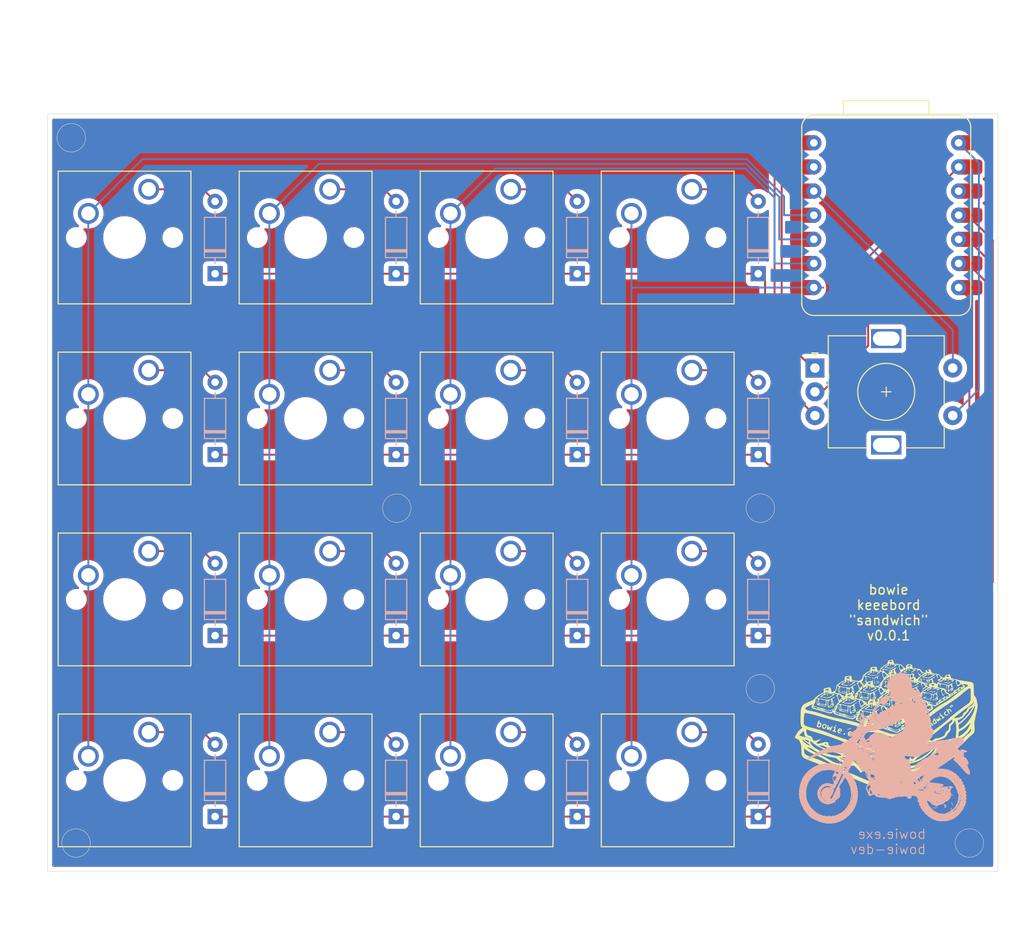
<source format=kicad_pcb>
(kicad_pcb (version 20240108) (generator "pcbnew") (generator_version "8.0")
  (layers (0 "F.Cu" signal) (31 "B.Cu" signal) (34 "B.Paste" user) (35 "F.Paste" user) (36 "B.SilkS" user "B.Silkscreen") (37 "F.SilkS" user "F.Silkscreen") (38 "B.Mask" user) (39 "F.Mask" user) (44 "Edge.Cuts" user))
  (net 0 "")
  (net 1 "Net-(D1-A)")
  (net 2 "COL3")
  (net 3 "Net-(D2-A)")
  (net 4 "Net-(D3-A)")
  (net 5 "ROW1")
  (net 6 "Net-(D5-A)")
  (net 7 "Net-(D6-A)")
  (net 8 "Net-(D7-A)")
  (net 9 "ROW2")
  (net 10 "Net-(D8-A)")
  (net 11 "Net-(D9-A)")
  (net 12 "Net-(D10-A)")
  (net 13 "Net-(D11-A)")
  (net 14 "ROW3")
  (net 15 "Net-(D12-A)")
  (net 16 "Net-(D13-A)")
  (net 17 "Net-(D14-A)")
  (net 18 "Net-(D15-A)")
  (net 19 "Net-(D16-A)")
  (net 20 "COL0")
  (net 21 "GND")
  (net 22 "RS1")
  (net 23 "+5V")
  (net 24 "RE1")
  (net 25 "COL2")
  (net 26 "COL1")
  (net 27 "RE2")
  (net 28 "+3.3V")
  (net 29 "Net-(D4-A)")
  (net 30 "ROW0")
  (footprint "Button_Switch_Keyboard:SW_Cherry_MX_1.00u_PCB" (layer "F.Cu") (at 147.79625 83.02625)
    (property "Reference" "SW12" (hide yes))
    (property "Value" "SW_Push_45deg" (hide yes))
    (pad "" np_thru_hole circle (at -7.62 5.08) (size 1.7 1.7) (drill 1.7) (layers "*.Cu" "*.Mask"))
    (pad "" np_thru_hole circle (at -2.54 5.08) (size 4 4) (drill 4) (layers "*.Cu" "*.Mask"))
    (pad "" np_thru_hole circle (at 2.54 5.08) (size 1.7 1.7) (drill 1.7) (layers "*.Cu" "*.Mask"))
    (pad "1" thru_hole circle (at 0 0) (size 2.2 2.2) (drill 1.5) (layers "*.Cu" "*.Mask") (net 15 "Net-(D12-A)"))
    (pad "2" thru_hole circle (at -6.35 2.54) (size 2.2 2.2) (drill 1.5) (layers "*.Cu" "*.Mask") (net 2 "COL3"))
  )
  (footprint "Button_Switch_Keyboard:SW_Cherry_MX_1.00u_PCB" (layer "F.Cu") (at 128.74625 63.97625)
    (property "Reference" "SW7" (hide yes))
    (property "Value" "SW_Push_45deg" (hide yes))
    (pad "" np_thru_hole circle (at -7.62 5.08) (size 1.7 1.7) (drill 1.7) (layers "*.Cu" "*.Mask"))
    (pad "" np_thru_hole circle (at -2.54 5.08) (size 4 4) (drill 4) (layers "*.Cu" "*.Mask"))
    (pad "" np_thru_hole circle (at 2.54 5.08) (size 1.7 1.7) (drill 1.7) (layers "*.Cu" "*.Mask"))
    (pad "1" thru_hole circle (at 0 0) (size 2.2 2.2) (drill 1.5) (layers "*.Cu" "*.Mask") (net 8 "Net-(D7-A)"))
    (pad "2" thru_hole circle (at -6.35 2.54) (size 2.2 2.2) (drill 1.5) (layers "*.Cu" "*.Mask") (net 25 "COL2"))
  )
  (footprint "Rotary_Encoder:RotaryEncoder_Alps_EC11E-Switch_Vertical_H20mm" (layer "F.Cu") (at 160.75 63.75)
    (property "Reference" "SW17" (hide yes))
    (property "Value" "RotaryEncoder_Switch" (hide yes))
    (pad "" thru_hole rect (at 7.5 -3.1) (size 3.2 2) (drill oval 2.8 1.5) (layers "*.Cu" "*.Mask"))
    (pad "" thru_hole rect (at 7.5 8.1) (size 3.2 2) (drill oval 2.8 1.5) (layers "*.Cu" "*.Mask"))
    (pad "A" thru_hole rect (at 0 0) (size 2 2) (drill 1) (layers "*.Cu" "*.Mask") (net 24 "RE1"))
    (pad "B" thru_hole circle (at 0 5) (size 2 2) (drill 1) (layers "*.Cu" "*.Mask") (net 27 "RE2"))
    (pad "C" thru_hole circle (at 0 2.5) (size 2 2) (drill 1) (layers "*.Cu" "*.Mask") (net 21 "GND"))
    (pad "S1" thru_hole circle (at 14.5 5) (size 2 2) (drill 1) (layers "*.Cu" "*.Mask") (net 23 "+5V"))
    (pad "S2" thru_hole circle (at 14.5 0) (size 2 2) (drill 1) (layers "*.Cu" "*.Mask") (net 22 "RS1"))
  )
  (footprint "Button_Switch_Keyboard:SW_Cherry_MX_1.00u_PCB" (layer "F.Cu") (at 128.74625 44.92625)
    (property "Reference" "SW3" (hide yes))
    (property "Value" "SW_Push_45deg" (hide yes))
    (pad "" np_thru_hole circle (at -7.62 5.08) (size 1.7 1.7) (drill 1.7) (layers "*.Cu" "*.Mask"))
    (pad "" np_thru_hole circle (at -2.54 5.08) (size 4 4) (drill 4) (layers "*.Cu" "*.Mask"))
    (pad "" np_thru_hole circle (at 2.54 5.08) (size 1.7 1.7) (drill 1.7) (layers "*.Cu" "*.Mask"))
    (pad "1" thru_hole circle (at 0 0) (size 2.2 2.2) (drill 1.5) (layers "*.Cu" "*.Mask") (net 4 "Net-(D3-A)"))
    (pad "2" thru_hole circle (at -6.35 2.54) (size 2.2 2.2) (drill 1.5) (layers "*.Cu" "*.Mask") (net 25 "COL2"))
  )
  (footprint "Button_Switch_Keyboard:SW_Cherry_MX_1.00u_PCB" (layer "F.Cu") (at 128.74625 83.02625)
    (property "Reference" "SW11" (hide yes))
    (property "Value" "SW_Push_45deg" (hide yes))
    (pad "" np_thru_hole circle (at -7.62 5.08) (size 1.7 1.7) (drill 1.7) (layers "*.Cu" "*.Mask"))
    (pad "" np_thru_hole circle (at -2.54 5.08) (size 4 4) (drill 4) (layers "*.Cu" "*.Mask"))
    (pad "" np_thru_hole circle (at 2.54 5.08) (size 1.7 1.7) (drill 1.7) (layers "*.Cu" "*.Mask"))
    (pad "1" thru_hole circle (at 0 0) (size 2.2 2.2) (drill 1.5) (layers "*.Cu" "*.Mask") (net 13 "Net-(D11-A)"))
    (pad "2" thru_hole circle (at -6.35 2.54) (size 2.2 2.2) (drill 1.5) (layers "*.Cu" "*.Mask") (net 25 "COL2"))
  )
  (footprint "Button_Switch_Keyboard:SW_Cherry_MX_1.00u_PCB" (layer "F.Cu") (at 109.69625 44.92625)
    (property "Reference" "SW2" (hide yes))
    (property "Value" "SW_Push_45deg" (hide yes))
    (pad "" np_thru_hole circle (at -7.62 5.08) (size 1.7 1.7) (drill 1.7) (layers "*.Cu" "*.Mask"))
    (pad "" np_thru_hole circle (at -2.54 5.08) (size 4 4) (drill 4) (layers "*.Cu" "*.Mask"))
    (pad "" np_thru_hole circle (at 2.54 5.08) (size 1.7 1.7) (drill 1.7) (layers "*.Cu" "*.Mask"))
    (pad "1" thru_hole circle (at 0 0) (size 2.2 2.2) (drill 1.5) (layers "*.Cu" "*.Mask") (net 3 "Net-(D2-A)"))
    (pad "2" thru_hole circle (at -6.35 2.54) (size 2.2 2.2) (drill 1.5) (layers "*.Cu" "*.Mask") (net 26 "COL1"))
  )
  (footprint "Button_Switch_Keyboard:SW_Cherry_MX_1.00u_PCB" (layer "F.Cu") (at 109.69625 63.97625)
    (property "Reference" "SW6" (hide yes))
    (property "Value" "SW_Push_45deg" (hide yes))
    (pad "" np_thru_hole circle (at -7.62 5.08) (size 1.7 1.7) (drill 1.7) (layers "*.Cu" "*.Mask"))
    (pad "" np_thru_hole circle (at -2.54 5.08) (size 4 4) (drill 4) (layers "*.Cu" "*.Mask"))
    (pad "" np_thru_hole circle (at 2.54 5.08) (size 1.7 1.7) (drill 1.7) (layers "*.Cu" "*.Mask"))
    (pad "1" thru_hole circle (at 0 0) (size 2.2 2.2) (drill 1.5) (layers "*.Cu" "*.Mask") (net 7 "Net-(D6-A)"))
    (pad "2" thru_hole circle (at -6.35 2.54) (size 2.2 2.2) (drill 1.5) (layers "*.Cu" "*.Mask") (net 26 "COL1"))
  )
  (footprint "Button_Switch_Keyboard:SW_Cherry_MX_1.00u_PCB" (layer "F.Cu") (at 128.74625 102.07625)
    (property "Reference" "SW15" (hide yes))
    (property "Value" "SW_Push_45deg" (hide yes))
    (pad "" np_thru_hole circle (at -7.62 5.08) (size 1.7 1.7) (drill 1.7) (layers "*.Cu" "*.Mask"))
    (pad "" np_thru_hole circle (at -2.54 5.08) (size 4 4) (drill 4) (layers "*.Cu" "*.Mask"))
    (pad "" np_thru_hole circle (at 2.54 5.08) (size 1.7 1.7) (drill 1.7) (layers "*.Cu" "*.Mask"))
    (pad "1" thru_hole circle (at 0 0) (size 2.2 2.2) (drill 1.5) (layers "*.Cu" "*.Mask") (net 18 "Net-(D15-A)"))
    (pad "2" thru_hole circle (at -6.35 2.54) (size 2.2 2.2) (drill 1.5) (layers "*.Cu" "*.Mask") (net 25 "COL2"))
  )
  (footprint "Button_Switch_Keyboard:SW_Cherry_MX_1.00u_PCB" (layer "F.Cu") (at 90.64625 44.92625)
    (property "Reference" "SW1" (hide yes))
    (property "Value" "SW_Push_45deg" (hide yes))
    (pad "" np_thru_hole circle (at -7.62 5.08) (size 1.7 1.7) (drill 1.7) (layers "*.Cu" "*.Mask"))
    (pad "" np_thru_hole circle (at -2.54 5.08) (size 4 4) (drill 4) (layers "*.Cu" "*.Mask"))
    (pad "" np_thru_hole circle (at 2.54 5.08) (size 1.7 1.7) (drill 1.7) (layers "*.Cu" "*.Mask"))
    (pad "1" thru_hole circle (at 0 0) (size 2.2 2.2) (drill 1.5) (layers "*.Cu" "*.Mask") (net 1 "Net-(D1-A)"))
    (pad "2" thru_hole circle (at -6.35 2.54) (size 2.2 2.2) (drill 1.5) (layers "*.Cu" "*.Mask") (net 20 "COL0"))
  )
  (footprint "Button_Switch_Keyboard:SW_Cherry_MX_1.00u_PCB" (layer "F.Cu") (at 147.79625 44.92625)
    (property "Reference" "SW4" (hide yes))
    (property "Value" "SW_Push_45deg" (hide yes))
    (pad "" np_thru_hole circle (at -7.62 5.08) (size 1.7 1.7) (drill 1.7) (layers "*.Cu" "*.Mask"))
    (pad "" np_thru_hole circle (at -2.54 5.08) (size 4 4) (drill 4) (layers "*.Cu" "*.Mask"))
    (pad "" np_thru_hole circle (at 2.54 5.08) (size 1.7 1.7) (drill 1.7) (layers "*.Cu" "*.Mask"))
    (pad "1" thru_hole circle (at 0 0) (size 2.2 2.2) (drill 1.5) (layers "*.Cu" "*.Mask") (net 29 "Net-(D4-A)"))
    (pad "2" thru_hole circle (at -6.35 2.54) (size 2.2 2.2) (drill 1.5) (layers "*.Cu" "*.Mask") (net 2 "COL3"))
  )
  (footprint "LOGO" (layer "F.Cu") (at 168.25 101.25)
    (property "Reference" "G***" (at 0 0 0) (layer "F.SilkS") (effects (font (size 1.5 1.5) (thickness 0.3))))
    (property "Value" "LOGO" (hide yes))
  )
  (footprint "Button_Switch_Keyboard:SW_Cherry_MX_1.00u_PCB" (layer "F.Cu") (at 147.79625 63.97625)
    (property "Reference" "SW8" (hide yes))
    (property "Value" "SW_Push_45deg" (hide yes))
    (pad "" np_thru_hole circle (at -7.62 5.08) (size 1.7 1.7) (drill 1.7) (layers "*.Cu" "*.Mask"))
    (pad "" np_thru_hole circle (at -2.54 5.08) (size 4 4) (drill 4) (layers "*.Cu" "*.Mask"))
    (pad "" np_thru_hole circle (at 2.54 5.08) (size 1.7 1.7) (drill 1.7) (layers "*.Cu" "*.Mask"))
    (pad "1" thru_hole circle (at 0 0) (size 2.2 2.2) (drill 1.5) (layers "*.Cu" "*.Mask") (net 10 "Net-(D8-A)"))
    (pad "2" thru_hole circle (at -6.35 2.54) (size 2.2 2.2) (drill 1.5) (layers "*.Cu" "*.Mask") (net 2 "COL3"))
  )
  (footprint "Button_Switch_Keyboard:SW_Cherry_MX_1.00u_PCB" (layer "F.Cu") (at 90.64625 102.07625)
    (property "Reference" "SW13" (hide yes))
    (property "Value" "SW_Push_45deg" (hide yes))
    (pad "" np_thru_hole circle (at -7.62 5.08) (size 1.7 1.7) (drill 1.7) (layers "*.Cu" "*.Mask"))
    (pad "" np_thru_hole circle (at -2.54 5.08) (size 4 4) (drill 4) (layers "*.Cu" "*.Mask"))
    (pad "" np_thru_hole circle (at 2.54 5.08) (size 1.7 1.7) (drill 1.7) (layers "*.Cu" "*.Mask"))
    (pad "1" thru_hole circle (at 0 0) (size 2.2 2.2) (drill 1.5) (layers "*.Cu" "*.Mask") (net 16 "Net-(D13-A)"))
    (pad "2" thru_hole circle (at -6.35 2.54) (size 2.2 2.2) (drill 1.5) (layers "*.Cu" "*.Mask") (net 20 "COL0"))
  )
  (footprint "Button_Switch_Keyboard:SW_Cherry_MX_1.00u_PCB" (layer "F.Cu") (at 109.69625 102.07625)
    (property "Reference" "SW14" (hide yes))
    (property "Value" "SW_Push_45deg" (hide yes))
    (pad "" np_thru_hole circle (at -7.62 5.08) (size 1.7 1.7) (drill 1.7) (layers "*.Cu" "*.Mask"))
    (pad "" np_thru_hole circle (at -2.54 5.08) (size 4 4) (drill 4) (layers "*.Cu" "*.Mask"))
    (pad "" np_thru_hole circle (at 2.54 5.08) (size 1.7 1.7) (drill 1.7) (layers "*.Cu" "*.Mask"))
    (pad "1" thru_hole circle (at 0 0) (size 2.2 2.2) (drill 1.5) (layers "*.Cu" "*.Mask") (net 17 "Net-(D14-A)"))
    (pad "2" thru_hole circle (at -6.35 2.54) (size 2.2 2.2) (drill 1.5) (layers "*.Cu" "*.Mask") (net 26 "COL1"))
  )
  (footprint "hackpad:XIAO-RP2040" (layer "F.Cu") (at 159.36 58.208)
    (property "Reference" "M1" (hide yes))
    (property "Value" "microcontroller")
    (pad "1" thru_hole circle (at 1.2725 -18.171) (size 1.6 1.6) (drill 0.8) (layers "*.Cu" "*.Mask") (net 27 "RE2"))
    (pad "1" smd roundrect (at 1.2725 -18.171) (size 3 1.6) (drill (offset -1 0)) (layers "F.Cu" "F.Paste" "F.Mask") (net 27 "RE2"))
    (pad "2" thru_hole circle (at 1.2725 -15.631) (size 1.6 1.6) (drill 0.8) (layers "*.Cu" "*.Mask") (net 24 "RE1"))
    (pad "2" smd roundrect (at 1.2725 -15.631) (size 3 1.6) (drill (offset -1 0)) (layers "F.Cu" "F.Paste" "F.Mask") (net 24 "RE1"))
    (pad "3" thru_hole circle (at 1.2725 -13.091) (size 1.6 1.6) (drill 0.8) (layers "*.Cu" "*.Mask") (net 22 "RS1"))
    (pad "3" smd roundrect (at 1.2725 -13.091) (size 3 1.6) (drill (offset -1 0)) (layers "F.Cu" "F.Paste" "F.Mask") (net 22 "RS1"))
    (pad "4" thru_hole circle (at 1.2725 -10.551) (size 1.6 1.6) (drill 0.8) (layers "*.Cu" "*.Mask") (net 20 "COL0"))
    (pad "4" smd roundrect (at 1.2725 -10.551) (size 3 1.6) (drill (offset -1 0)) (layers "F.Cu" "F.Paste" "F.Mask") (net 20 "COL0"))
    (pad "5" thru_hole circle (at 1.2725 -8.011) (size 1.6 1.6) (drill 0.8) (layers "*.Cu" "*.Mask") (net 26 "COL1"))
    (pad "5" smd roundrect (at 1.2725 -8.011) (size 3 1.6) (drill (offset -1 0)) (layers "F.Cu" "F.Paste" "F.Mask") (net 26 "COL1"))
    (pad "6" thru_hole circle (at 1.2725 -5.471) (size 1.6 1.6) (drill 0.8) (layers "*.Cu" "*.Mask") (net 25 "COL2"))
    (pad "6" smd roundrect (at 1.2725 -5.471) (size 3 1.6) (drill (offset -1 0)) (layers "F.Cu" "F.Paste" "F.Mask") (net 25 "COL2"))
    (pad "7" thru_hole circle (at 1.2725 -2.931) (size 1.6 1.6) (drill 0.8) (layers "*.Cu" "*.Mask") (net 2 "COL3"))
    (pad "7" smd roundrect (at 1.2725 -2.931) (size 3 1.6) (drill (offset -1 0)) (layers "F.Cu" "F.Paste" "F.Mask") (net 2 "COL3"))
    (pad "8" thru_hole circle (at 16.5075 -2.931) (size 1.6 1.6) (drill 0.8) (layers "*.Cu" "*.Mask") (net 30 "ROW0"))
    (pad "8" smd roundrect (at 16.5075 -2.931) (size 3 1.6) (drill (offset 1 0)) (layers "F.Cu" "F.Paste" "F.Mask") (net 30 "ROW0"))
    (pad "9" thru_hole circle (at 16.5075 -5.471) (size 1.6 1.6) (drill 0.8) (layers "*.Cu" "*.Mask") (net 5 "ROW1"))
    (pad "9" smd roundrect (at 16.5075 -5.471) (size 3 1.6) (drill (offset 1 0)) (layers "F.Cu" "F.Paste" "F.Mask") (net 5 "ROW1"))
    (pad "10" thru_hole circle (at 16.5075 -8.011) (size 1.6 1.6) (drill 0.8) (layers "*.Cu" "*.Mask") (net 9 "ROW2"))
    (pad "10" smd roundrect (at 16.5075 -8.011) (size 3 1.6) (drill (offset 1 0)) (layers "F.Cu" "F.Paste" "F.Mask") (net 9 "ROW2"))
    (pad "11" thru_hole circle (at 16.5075 -10.551) (size 1.6 1.6) (drill 0.8) (layers "*.Cu" "*.Mask") (net 14 "ROW3"))
    (pad "11" smd roundrect (at 16.5075 -10.551) (size 3 1.6) (drill (offset 1 0)) (layers "F.Cu" "F.Paste" "F.Mask") (net 14 "ROW3"))
    (pad "12" thru_hole circle (at 16.5075 -13.091) (size 1.6 1.6) (drill 0.8) (layers "*.Cu" "*.Mask") (net 28 "+3.3V"))
    (pad "12" smd roundrect (at 16.5075 -13.091) (size 3 1.6) (drill (offset 1 0)) (layers "F.Cu" "F.Paste" "F.Mask") (net 28 "+3.3V"))
    (pad "13" thru_hole circle (at 16.5075 -15.631) (size 1.6 1.6) (drill 0.8) (layers "*.Cu" "*.Mask") (net 21 "GND"))
    (pad "13" smd roundrect (at 16.5075 -15.631) (size 3 1.6) (drill (offset 1 0)) (layers "F.Cu" "F.Paste" "F.Mask") (net 21 "GND"))
    (pad "14" thru_hole circle (at 16.5075 -18.171) (size 1.6 1.6) (drill 0.8) (layers "*.Cu" "*.Mask") (net 23 "+5V"))
    (pad "14" smd roundrect (at 16.5075 -18.171) (size 3 1.6) (drill (offset 1 0)) (layers "F.Cu" "F.Paste" "F.Mask") (net 23 "+5V"))
  )
  (footprint "Button_Switch_Keyboard:SW_Cherry_MX_1.00u_PCB" (layer "F.Cu") (at 90.64625 63.97625)
    (property "Reference" "SW5" (hide yes))
    (property "Value" "SW_Push_45deg" (hide yes))
    (pad "" np_thru_hole circle (at -7.62 5.08) (size 1.7 1.7) (drill 1.7) (layers "*.Cu" "*.Mask"))
    (pad "" np_thru_hole circle (at -2.54 5.08) (size 4 4) (drill 4) (layers "*.Cu" "*.Mask"))
    (pad "" np_thru_hole circle (at 2.54 5.08) (size 1.7 1.7) (drill 1.7) (layers "*.Cu" "*.Mask"))
    (pad "1" thru_hole circle (at 0 0) (size 2.2 2.2) (drill 1.5) (layers "*.Cu" "*.Mask") (net 6 "Net-(D5-A)"))
    (pad "2" thru_hole circle (at -6.35 2.54) (size 2.2 2.2) (drill 1.5) (layers "*.Cu" "*.Mask") (net 20 "COL0"))
  )
  (footprint "Button_Switch_Keyboard:SW_Cherry_MX_1.00u_PCB" (layer "F.Cu") (at 109.69625 83.02625)
    (property "Reference" "SW10" (hide yes))
    (property "Value" "SW_Push_45deg" (hide yes))
    (pad "" np_thru_hole circle (at -7.62 5.08) (size 1.7 1.7) (drill 1.7) (layers "*.Cu" "*.Mask"))
    (pad "" np_thru_hole circle (at -2.54 5.08) (size 4 4) (drill 4) (layers "*.Cu" "*.Mask"))
    (pad "" np_thru_hole circle (at 2.54 5.08) (size 1.7 1.7) (drill 1.7) (layers "*.Cu" "*.Mask"))
    (pad "1" thru_hole circle (at 0 0) (size 2.2 2.2) (drill 1.5) (layers "*.Cu" "*.Mask") (net 12 "Net-(D10-A)"))
    (pad "2" thru_hole circle (at -6.35 2.54) (size 2.2 2.2) (drill 1.5) (layers "*.Cu" "*.Mask") (net 26 "COL1"))
  )
  (footprint "Button_Switch_Keyboard:SW_Cherry_MX_1.00u_PCB" (layer "F.Cu") (at 90.64625 83.02625)
    (property "Reference" "SW9" (hide yes))
    (property "Value" "SW_Push_45deg" (hide yes))
    (pad "" np_thru_hole circle (at -7.62 5.08) (size 1.7 1.7) (drill 1.7) (layers "*.Cu" "*.Mask"))
    (pad "" np_thru_hole circle (at -2.54 5.08) (size 4 4) (drill 4) (layers "*.Cu" "*.Mask"))
    (pad "" np_thru_hole circle (at 2.54 5.08) (size 1.7 1.7) (drill 1.7) (layers "*.Cu" "*.Mask"))
    (pad "1" thru_hole circle (at 0 0) (size 2.2 2.2) (drill 1.5) (layers "*.Cu" "*.Mask") (net 11 "Net-(D9-A)"))
    (pad "2" thru_hole circle (at -6.35 2.54) (size 2.2 2.2) (drill 1.5) (layers "*.Cu" "*.Mask") (net 20 "COL0"))
  )
  (footprint "Button_Switch_Keyboard:SW_Cherry_MX_1.00u_PCB" (layer "F.Cu") (at 147.79625 102.07625)
    (property "Reference" "SW16" (hide yes))
    (property "Value" "SW_Push_45deg" (hide yes))
    (pad "" np_thru_hole circle (at -7.62 5.08) (size 1.7 1.7) (drill 1.7) (layers "*.Cu" "*.Mask"))
    (pad "" np_thru_hole circle (at -2.54 5.08) (size 4 4) (drill 4) (layers "*.Cu" "*.Mask"))
    (pad "" np_thru_hole circle (at 2.54 5.08) (size 1.7 1.7) (drill 1.7) (layers "*.Cu" "*.Mask"))
    (pad "1" thru_hole circle (at 0 0) (size 2.2 2.2) (drill 1.5) (layers "*.Cu" "*.Mask") (net 19 "Net-(D16-A)"))
    (pad "2" thru_hole circle (at -6.35 2.54) (size 2.2 2.2) (drill 1.5) (layers "*.Cu" "*.Mask") (net 2 "COL3"))
  )
  (footprint "Diode_THT:D_DO-35_SOD27_P7.62mm_Horizontal" (layer "B.Cu") (at 154.78125 72.86625 90)
    (property "Reference" "D8" (hide yes))
    (property "Value" "1N4148" (hide yes))
    (pad "1" thru_hole rect (at 0 0 90) (size 1.6 1.6) (drill 0.8) (layers "*.Cu" "*.Mask") (net 5 "ROW1"))
    (pad "2" thru_hole oval (at 7.62 0 90) (size 1.6 1.6) (drill 0.8) (layers "*.Cu" "*.Mask") (net 10 "Net-(D8-A)"))
  )
  (footprint "Diode_THT:D_DO-35_SOD27_P7.62mm_Horizontal" (layer "B.Cu") (at 154.78125 91.91625 90)
    (property "Reference" "D12" (hide yes))
    (property "Value" "1N4148" (hide yes))
    (pad "1" thru_hole rect (at 0 0 90) (size 1.6 1.6) (drill 0.8) (layers "*.Cu" "*.Mask") (net 9 "ROW2"))
    (pad "2" thru_hole oval (at 7.62 0 90) (size 1.6 1.6) (drill 0.8) (layers "*.Cu" "*.Mask") (net 15 "Net-(D12-A)"))
  )
  (footprint "Diode_THT:D_DO-35_SOD27_P7.62mm_Horizontal" (layer "B.Cu") (at 97.63125 110.96625 90)
    (property "Reference" "D13" (hide yes))
    (property "Value" "1N4148" (hide yes))
    (pad "1" thru_hole rect (at 0 0 90) (size 1.6 1.6) (drill 0.8) (layers "*.Cu" "*.Mask") (net 14 "ROW3"))
    (pad "2" thru_hole oval (at 7.62 0 90) (size 1.6 1.6) (drill 0.8) (layers "*.Cu" "*.Mask") (net 16 "Net-(D13-A)"))
  )
  (footprint "Diode_THT:D_DO-35_SOD27_P7.62mm_Horizontal" (layer "B.Cu") (at 97.63125 91.91625 90)
    (property "Reference" "D9" (hide yes))
    (property "Value" "1N4148" (hide yes))
    (pad "1" thru_hole rect (at 0 0 90) (size 1.6 1.6) (drill 0.8) (layers "*.Cu" "*.Mask") (net 9 "ROW2"))
    (pad "2" thru_hole oval (at 7.62 0 90) (size 1.6 1.6) (drill 0.8) (layers "*.Cu" "*.Mask") (net 11 "Net-(D9-A)"))
  )
  (footprint "Diode_THT:D_DO-35_SOD27_P7.62mm_Horizontal" (layer "B.Cu") (at 154.78125 53.81625 90)
    (property "Reference" "D4" (hide yes))
    (property "Value" "1N4148" (hide yes))
    (pad "1" thru_hole rect (at 0 0 90) (size 1.6 1.6) (drill 0.8) (layers "*.Cu" "*.Mask") (net 30 "ROW0"))
    (pad "2" thru_hole oval (at 7.62 0 90) (size 1.6 1.6) (drill 0.8) (layers "*.Cu" "*.Mask") (net 29 "Net-(D4-A)"))
  )
  (footprint "Diode_THT:D_DO-35_SOD27_P7.62mm_Horizontal" (layer "B.Cu") (at 116.68125 91.91625 90)
    (property "Reference" "D10" (hide yes))
    (property "Value" "1N4148" (hide yes))
    (pad "1" thru_hole rect (at 0 0 90) (size 1.6 1.6) (drill 0.8) (layers "*.Cu" "*.Mask") (net 9 "ROW2"))
    (pad "2" thru_hole oval (at 7.62 0 90) (size 1.6 1.6) (drill 0.8) (layers "*.Cu" "*.Mask") (net 12 "Net-(D10-A)"))
  )
  (footprint "Diode_THT:D_DO-35_SOD27_P7.62mm_Horizontal" (layer "B.Cu") (at 135.73125 91.91625 90)
    (property "Reference" "D11" (hide yes))
    (property "Value" "1N4148" (hide yes))
    (pad "1" thru_hole rect (at 0 0 90) (size 1.6 1.6) (drill 0.8) (layers "*.Cu" "*.Mask") (net 9 "ROW2"))
    (pad "2" thru_hole oval (at 7.62 0 90) (size 1.6 1.6) (drill 0.8) (layers "*.Cu" "*.Mask") (net 13 "Net-(D11-A)"))
  )
  (footprint "Diode_THT:D_DO-35_SOD27_P7.62mm_Horizontal" (layer "B.Cu") (at 154.78125 110.96625 90)
    (property "Reference" "D16" (hide yes))
    (property "Value" "1N4148" (hide yes))
    (pad "1" thru_hole rect (at 0 0 90) (size 1.6 1.6) (drill 0.8) (layers "*.Cu" "*.Mask") (net 14 "ROW3"))
    (pad "2" thru_hole oval (at 7.62 0 90) (size 1.6 1.6) (drill 0.8) (layers "*.Cu" "*.Mask") (net 19 "Net-(D16-A)"))
  )
  (footprint "Diode_THT:D_DO-35_SOD27_P7.62mm_Horizontal" (layer "B.Cu") (at 97.63125 72.86625 90)
    (property "Reference" "D5" (hide yes))
    (property "Value" "1N4148" (hide yes))
    (pad "1" thru_hole rect (at 0 0 90) (size 1.6 1.6) (drill 0.8) (layers "*.Cu" "*.Mask") (net 5 "ROW1"))
    (pad "2" thru_hole oval (at 7.62 0 90) (size 1.6 1.6) (drill 0.8) (layers "*.Cu" "*.Mask") (net 6 "Net-(D5-A)"))
  )
  (footprint "Diode_THT:D_DO-35_SOD27_P7.62mm_Horizontal" (layer "B.Cu") (at 97.63125 53.81625 90)
    (property "Reference" "D1" (hide yes))
    (property "Value" "1N4148" (hide yes))
    (pad "1" thru_hole rect (at 0 0 90) (size 1.6 1.6) (drill 0.8) (layers "*.Cu" "*.Mask") (net 30 "ROW0"))
    (pad "2" thru_hole oval (at 7.62 0 90) (size 1.6 1.6) (drill 0.8) (layers "*.Cu" "*.Mask") (net 1 "Net-(D1-A)"))
  )
  (footprint "Diode_THT:D_DO-35_SOD27_P7.62mm_Horizontal" (layer "B.Cu") (at 135.73125 72.86625 90)
    (property "Reference" "D7" (hide yes))
    (property "Value" "1N4148" (hide yes))
    (pad "1" thru_hole rect (at 0 0 90) (size 1.6 1.6) (drill 0.8) (layers "*.Cu" "*.Mask") (net 5 "ROW1"))
    (pad "2" thru_hole oval (at 7.62 0 90) (size 1.6 1.6) (drill 0.8) (layers "*.Cu" "*.Mask") (net 8 "Net-(D7-A)"))
  )
  (footprint "Diode_THT:D_DO-35_SOD27_P7.62mm_Horizontal" (layer "B.Cu") (at 135.73125 110.96625 90)
    (property "Reference" "D15" (hide yes))
    (property "Value" "1N4148" (hide yes))
    (pad "1" thru_hole rect (at 0 0 90) (size 1.6 1.6) (drill 0.8) (layers "*.Cu" "*.Mask") (net 14 "ROW3"))
    (pad "2" thru_hole oval (at 7.62 0 90) (size 1.6 1.6) (drill 0.8) (layers "*.Cu" "*.Mask") (net 18 "Net-(D15-A)"))
  )
  (footprint "LOGO" (layer "B.Cu") (at 168 103.75 -177)
    (property "Reference" "G***" (at 0 0 3) (layer "B.SilkS") (effects (font (size 1.5 1.5) (thickness 0.3)) (justify mirror)))
    (property "Value" "LOGO" (hide yes))
  )
  (footprint "Diode_THT:D_DO-35_SOD27_P7.62mm_Horizontal" (layer "B.Cu") (at 116.68125 110.96625 90)
    (property "Reference" "D14" (hide yes))
    (property "Value" "1N4148" (hide yes))
    (pad "1" thru_hole rect (at 0 0 90) (size 1.6 1.6) (drill 0.8) (layers "*.Cu" "*.Mask") (net 14 "ROW3"))
    (pad "2" thru_hole oval (at 7.62 0 90) (size 1.6 1.6) (drill 0.8) (layers "*.Cu" "*.Mask") (net 17 "Net-(D14-A)"))
  )
  (footprint "Diode_THT:D_DO-35_SOD27_P7.62mm_Horizontal" (layer "B.Cu") (at 135.73125 53.81625 90)
    (property "Reference" "D3" (hide yes))
    (property "Value" "1N4148" (hide yes))
    (pad "1" thru_hole rect (at 0 0 90) (size 1.6 1.6) (drill 0.8) (layers "*.Cu" "*.Mask") (net 30 "ROW0"))
    (pad "2" thru_hole oval (at 7.62 0 90) (size 1.6 1.6) (drill 0.8) (layers "*.Cu" "*.Mask") (net 4 "Net-(D3-A)"))
  )
  (footprint "Diode_THT:D_DO-35_SOD27_P7.62mm_Horizontal" (layer "B.Cu") (at 116.68125 53.81625 90)
    (property "Reference" "D2" (hide yes))
    (property "Value" "1N4148" (hide yes))
    (pad "1" thru_hole rect (at 0 0 90) (size 1.6 1.6) (drill 0.8) (layers "*.Cu" "*.Mask") (net 30 "ROW0"))
    (pad "2" thru_hole oval (at 7.62 0 90) (size 1.6 1.6) (drill 0.8) (layers "*.Cu" "*.Mask") (net 3 "Net-(D2-A)"))
  )
  (footprint "Diode_THT:D_DO-35_SOD27_P7.62mm_Horizontal" (layer "B.Cu") (at 116.68125 72.86625 90)
    (property "Reference" "D6" (hide yes))
    (property "Value" "1N4148" (hide yes))
    (pad "1" thru_hole rect (at 0 0 90) (size 1.6 1.6) (drill 0.8) (layers "*.Cu" "*.Mask") (net 5 "ROW1"))
    (pad "2" thru_hole oval (at 7.62 0 90) (size 1.6 1.6) (drill 0.8) (layers "*.Cu" "*.Mask") (net 7 "Net-(D6-A)"))
  )
  (gr_circle (center 116.75 78.5) (end 118.25 78.5) (stroke (width 0.05)) (fill none) (layer "Edge.Cuts"))
  (gr_circle (center 155 78.5) (end 156.5 78.5) (stroke (width 0.05)) (fill none) (layer "Edge.Cuts"))
  (gr_rect (start 80 37) (end 180 116.75) (stroke (width 0.05)) (fill none) (layer "Edge.Cuts"))
  (gr_circle (center 155 97.5) (end 156.5 97.5) (stroke (width 0.05)) (fill none) (layer "Edge.Cuts"))
  (gr_circle (center 83 113.75) (end 84.5 113.75) (stroke (width 0.05)) (fill none) (layer "Edge.Cuts"))
  (gr_circle (center 177 113.75) (end 178.5 113.75) (stroke (width 0.05)) (fill none) (layer "Edge.Cuts"))
  (gr_circle (center 82.5 39.5) (end 84 39.5) (stroke (width 0.05)) (fill none) (layer "Edge.Cuts"))
  (gr_text "bowie.exe\nbowie-dev\n" (at 172.5 115 0) (layer "B.SilkS") (effects (font (size 1 1) (thickness 0.1)) (justify left bottom mirror)))
  (gr_text "bowie\nkeeebord\n{dblquote}sandwich{dblquote}\nv0.0.1" (at 168.5 92.5 0) (layer "F.SilkS") (effects (font (size 1 1)) (justify bottom)))
  (segment (start 90.64625 44.92625) (end 96.36125 44.92625) (width 0.2) (layer "F.Cu") (net 1))
  (segment (start 96.36125 44.92625) (end 97.63125 46.19625) (width 0.2) (layer "F.Cu") (net 1))
  (segment (start 141.49325 55.277) (end 161.6325 55.277) (width 0.2) (layer "B.Cu") (net 2))
  (segment (start 141.44625 55.23) (end 141.44625 59.53125) (width 0.2) (layer "B.Cu") (net 2))
  (segment (start 141.44625 47.46625) (end 141.44625 55.23) (width 0.2) (layer "B.Cu") (net 2))
  (segment (start 141.44625 59.53125) (end 141.44625 104.61625) (width 0.2) (layer "B.Cu") (net 2))
  (segment (start 141.44625 55.23) (end 141.49325 55.277) (width 0.2) (layer "B.Cu") (net 2))
  (segment (start 115.41125 44.92625) (end 116.68125 46.19625) (width 0.2) (layer "F.Cu") (net 3))
  (segment (start 109.69625 44.92625) (end 115.41125 44.92625) (width 0.2) (layer "F.Cu") (net 3))
  (segment (start 128.74625 44.92625) (end 134.46125 44.92625) (width 0.2) (layer "F.Cu") (net 4))
  (segment (start 134.46125 44.92625) (end 135.73125 46.19625) (width 0.2) (layer "F.Cu") (net 4))
  (segment (start 154.78125 72.86625) (end 155.815 73.9) (width 0.2) (layer "F.Cu") (net 5))
  (segment (start 174.165685 73.9) (end 178.6675 69.398185) (width 0.2) (layer "F.Cu") (net 5))
  (segment (start 97.63125 72.86625) (end 154.78125 72.86625) (width 0.2) (layer "F.Cu") (net 5))
  (segment (start 155.815 73.9) (end 174.165685 73.9) (width 0.2) (layer "F.Cu") (net 5))
  (segment (start 178.6675 54.58705) (end 176.81745 52.737) (width 0.2) (layer "F.Cu") (net 5))
  (segment (start 176.81745 52.737) (end 175.8675 52.737) (width 0.2) (layer "F.Cu") (net 5))
  (segment (start 178.6675 69.398185) (end 178.6675 54.58705) (width 0.2) (layer "F.Cu") (net 5))
  (segment (start 154.78125 72.86625) (end 155.11625 72.86625) (width 0.2) (layer "F.Cu") (net 5))
  (segment (start 90.64625 63.97625) (end 96.36125 63.97625) (width 0.2) (layer "F.Cu") (net 6))
  (segment (start 96.36125 63.97625) (end 97.63125 65.24625) (width 0.2) (layer "F.Cu") (net 6))
  (segment (start 109.69625 63.97625) (end 115.41125 63.97625) (width 0.2) (layer "F.Cu") (net 7))
  (segment (start 115.41125 63.97625) (end 116.68125 65.24625) (width 0.2) (layer "F.Cu") (net 7))
  (segment (start 128.74625 63.97625) (end 134.46125 63.97625) (width 0.2) (layer "F.Cu") (net 8))
  (segment (start 134.46125 63.97625) (end 135.73125 65.24625) (width 0.2) (layer "F.Cu") (net 8))
  (segment (start 97.63125 91.91625) (end 154.78125 91.91625) (width 0.2) (layer "F.Cu") (net 9))
  (segment (start 154.78125 91.91625) (end 156.715121 91.91625) (width 0.2) (layer "F.Cu") (net 9))
  (segment (start 179.0675 69.563871) (end 179.0675 52.44705) (width 0.2) (layer "F.Cu") (net 9))
  (segment (start 179.0675 52.44705) (end 176.81745 50.197) (width 0.2) (layer "F.Cu") (net 9))
  (segment (start 176.81745 50.197) (end 175.8675 50.197) (width 0.2) (layer "F.Cu") (net 9))
  (segment (start 156.715121 91.91625) (end 179.0675 69.563871) (width 0.2) (layer "F.Cu") (net 9))
  (segment (start 153.51125 63.97625) (end 154.78125 65.24625) (width 0.2) (layer "F.Cu") (net 10))
  (segment (start 147.79625 63.97625) (end 153.51125 63.97625) (width 0.2) (layer "F.Cu") (net 10))
  (segment (start 90.64625 83.02625) (end 96.36125 83.02625) (width 0.2) (layer "F.Cu") (net 11))
  (segment (start 96.36125 83.02625) (end 97.63125 84.29625) (width 0.2) (layer "F.Cu") (net 11))
  (segment (start 115.41125 83.02625) (end 116.68125 84.29625) (width 0.2) (layer "F.Cu") (net 12))
  (segment (start 109.69625 83.02625) (end 115.41125 83.02625) (width 0.2) (layer "F.Cu") (net 12))
  (segment (start 134.46125 83.02625) (end 135.73125 84.29625) (width 0.2) (layer "F.Cu") (net 13))
  (segment (start 128.74625 83.02625) (end 134.46125 83.02625) (width 0.2) (layer "F.Cu") (net 13))
  (segment (start 97.63125 110.96625) (end 154.78125 110.96625) (width 0.2) (layer "F.Cu") (net 14))
  (segment (start 154.78125 110.96625) (end 156.28375 110.96625) (width 0.2) (layer "F.Cu") (net 14))
  (segment (start 179.4675 50.30705) (end 176.81745 47.657) (width 0.2) (layer "F.Cu") (net 14))
  (segment (start 154.78125 110.96625) (end 179.4675 86.28) (width 0.2) (layer "F.Cu") (net 14))
  (segment (start 179.4675 86.28) (end 179.4675 50.30705) (width 0.2) (layer "F.Cu") (net 14))
  (segment (start 176.81745 47.657) (end 175.8675 47.657) (width 0.2) (layer "F.Cu") (net 14))
  (segment (start 153.51125 83.02625) (end 154.78125 84.29625) (width 0.2) (layer "F.Cu") (net 15))
  (segment (start 147.79625 83.02625) (end 153.51125 83.02625) (width 0.2) (layer "F.Cu") (net 15))
  (segment (start 90.64625 102.07625) (end 96.36125 102.07625) (width 0.2) (layer "F.Cu") (net 16))
  (segment (start 96.36125 102.07625) (end 97.63125 103.34625) (width 0.2) (layer "F.Cu") (net 16))
  (segment (start 109.69625 102.07625) (end 115.41125 102.07625) (width 0.2) (layer "F.Cu") (net 17))
  (segment (start 115.41125 102.07625) (end 116.68125 103.34625) (width 0.2) (layer "F.Cu") (net 17))
  (segment (start 128.74625 102.07625) (end 134.46125 102.07625) (width 0.2) (layer "F.Cu") (net 18))
  (segment (start 134.46125 102.07625) (end 135.73125 103.34625) (width 0.2) (layer "F.Cu") (net 18))
  (segment (start 153.51125 102.07625) (end 154.78125 103.34625) (width 0.2) (layer "F.Cu") (net 19))
  (segment (start 147.79625 102.07625) (end 153.51125 102.07625) (width 0.2) (layer "F.Cu") (net 19))
  (segment (start 84.29625 47.46625) (end 84.29625 66.51625) (width 0.2) (layer "B.Cu") (net 20))
  (segment (start 84.29625 66.51625) (end 84.29625 104.61625) (width 0.2) (layer "B.Cu") (net 20))
  (segment (start 153.565686 41.75) (end 157.5 45.684314) (width 0.2) (layer "B.Cu") (net 20))
  (segment (start 90 41.75) (end 153.565686 41.75) (width 0.2) (layer "B.Cu") (net 20))
  (segment (start 157.5 47.657) (end 160.6325 47.657) (width 0.2) (layer "B.Cu") (net 20))
  (segment (start 87 44.75) (end 90 41.75) (width 0.2) (layer "B.Cu") (net 20))
  (segment (start 157.5 45.684314) (end 157.5 47.657) (width 0.2) (layer "B.Cu") (net 20))
  (segment (start 84.29625 47.46625) (end 87 44.7625) (width 0.2) (layer "B.Cu") (net 20))
  (segment (start 87 44.7625) (end 87 44.75) (width 0.2) (layer "B.Cu") (net 20))
  (segment (start 166.35 52.0945) (end 175.8675 42.577) (width 0.2) (layer "F.Cu") (net 21))
  (segment (start 166.35 61.4) (end 166.35 52.0945) (width 0.2) (layer "F.Cu") (net 21))
  (segment (start 161.5 66.25) (end 166.35 61.4) (width 0.2) (layer "F.Cu") (net 21))
  (segment (start 160.75 66.25) (end 161.5 66.25) (width 0.2) (layer "F.Cu") (net 21))
  (segment (start 175.25 63.75) (end 175.25 59.7345) (width 0.2) (layer "B.Cu") (net 22))
  (segment (start 175.25 59.7345) (end 160.6325 45.117) (width 0.2) (layer "B.Cu") (net 22))
  (segment (start 175.25 68.75) (end 178 66) (width 0.2) (layer "B.Cu") (net 23))
  (segment (start 178 66) (end 178 42.1695) (width 0.2) (layer "B.Cu") (net 23))
  (segment (start 178 42.1695) (end 175.8675 40.037) (width 0.2) (layer "B.Cu") (net 23))
  (segment (start 157.25 43) (end 157.673 42.577) (width 0.2) (layer "F.Cu") (net 24))
  (segment (start 157.25 60.5) (end 157.25 43) (width 0.2) (layer "F.Cu") (net 24))
  (segment (start 160.5 63.75) (end 157.25 60.5) (width 0.2) (layer "F.Cu") (net 24))
  (segment (start 160.75 63.75) (end 160.5 63.75) (width 0.2) (layer "F.Cu") (net 24))
  (segment (start 157.673 42.577) (end 160.6325 42.577) (width 0.2) (layer "F.Cu") (net 24))
  (segment (start 156.5 52.737) (end 160.6325 52.737) (width 0.2) (layer "B.Cu") (net 25))
  (segment (start 156.5 45.815686) (end 156.5 52.737) (width 0.2) (layer "B.Cu") (net 25))
  (segment (start 127.1125 42.75) (end 153.434314 42.75) (width 0.2) (layer "B.Cu") (net 25))
  (segment (start 122.39625 47.46625) (end 127.1125 42.75) (width 0.2) (layer "B.Cu") (net 25))
  (segment (start 122.39625 47.46625) (end 122.39625 104.61625) (width 0.2) (layer "B.Cu") (net 25))
  (segment (start 153.434314 42.75) (end 156.5 45.815686) (width 0.2) (layer "B.Cu") (net 25))
  (segment (start 157 50.197) (end 160.6325 50.197) (width 0.2) (layer "B.Cu") (net 26))
  (segment (start 153.5 42.25) (end 157 45.75) (width 0.2) (layer "B.Cu") (net 26))
  (segment (start 157 45.75) (end 157 50.197) (width 0.2) (layer "B.Cu") (net 26))
  (segment (start 108.5625 42.25) (end 153.5 42.25) (width 0.2) (layer "B.Cu") (net 26))
  (segment (start 103.34625 47.46625) (end 103.34625 104.61625) (width 0.2) (layer "B.Cu") (net 26))
  (segment (start 103.34625 47.46625) (end 108.5625 42.25) (width 0.2) (layer "B.Cu") (net 26))
  (segment (start 157.713 40.037) (end 160.6325 40.037) (width 0.2) (layer "F.Cu") (net 27))
  (segment (start 157.9 65.9) (end 157.9 64.334314) (width 0.2) (layer "F.Cu") (net 27))
  (segment (start 156.5 41.25) (end 157.713 40.037) (width 0.2) (layer "F.Cu") (net 27))
  (segment (start 156.5 62.934314) (end 156.5 41.25) (width 0.2) (layer "F.Cu") (net 27))
  (segment (start 157.9 64.334314) (end 156.5 62.934314) (width 0.2) (layer "F.Cu") (net 27))
  (segment (start 160.75 68.75) (end 157.9 65.9) (width 0.2) (layer "F.Cu") (net 27))
  (segment (start 147.79625 44.92625) (end 153.51125 44.92625) (width 0.2) (layer "F.Cu") (net 29))
  (segment (start 153.51125 44.92625) (end 154.78125 46.19625) (width 0.2) (layer "F.Cu") (net 29))
  (segment (start 157.5 68.25) (end 162.75 73.5) (width 0.2) (layer "F.Cu") (net 30))
  (segment (start 177 70.5) (end 177 56.4095) (width 0.2) (layer "F.Cu") (net 30))
  (segment (start 177 56.4095) (end 175.8675 55.277) (width 0.2) (layer "F.Cu") (net 30))
  (segment (start 97.63125 53.81625) (end 116.68125 53.81625) (width 0.2) (layer "F.Cu") (net 30))
  (segment (start 154.78125 53.81625) (end 155.5 54.535) (width 0.2) (layer "F.Cu") (net 30))
  (segment (start 174 73.5) (end 177 70.5) (width 0.2) (layer "F.Cu") (net 30))
  (segment (start 157.5 64.5) (end 157.5 68.25) (width 0.2) (layer "F.Cu") (net 30))
  (segment (start 162.75 73.5) (end 174 73.5) (width 0.2) (layer "F.Cu") (net 30))
  (segment (start 116.68125 53.81625) (end 154.78125 53.81625) (width 0.2) (layer "F.Cu") (net 30))
  (segment (start 155.5 54.535) (end 155.5 62.5) (width 0.2) (layer "F.Cu") (net 30))
  (segment (start 155.5 62.5) (end 157.5 64.5) (width 0.2) (layer "F.Cu") (net 30))
  (zone (net 0) (net_name "") (layers "F&B.Cu") (connect_pads (clearance 0.5)) (min_thickness 0.3) (fill yes (thermal_gap 0.5) (thermal_bridge_width 0.5) (island_removal_mode 1) (island_area_min 10))
    (polygon (pts (xy 75 25) (xy 75 125.25) (xy 182.75 125.25) (xy 182.5 25.25)))
  )
)
</source>
